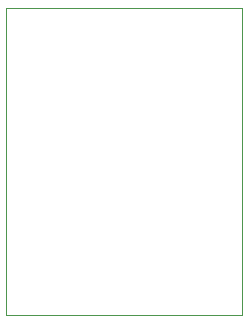
<source format=gbr>
%TF.GenerationSoftware,KiCad,Pcbnew,(6.0.9-0)*%
%TF.CreationDate,2024-05-22T19:22:00+02:00*%
%TF.ProjectId,npnium-switch,6e706e69-756d-42d7-9377-697463682e6b,rev?*%
%TF.SameCoordinates,Original*%
%TF.FileFunction,Profile,NP*%
%FSLAX46Y46*%
G04 Gerber Fmt 4.6, Leading zero omitted, Abs format (unit mm)*
G04 Created by KiCad (PCBNEW (6.0.9-0)) date 2024-05-22 19:22:00*
%MOMM*%
%LPD*%
G01*
G04 APERTURE LIST*
%TA.AperFunction,Profile*%
%ADD10C,0.050000*%
%TD*%
G04 APERTURE END LIST*
D10*
X110000000Y-128000000D02*
X90000000Y-128000000D01*
X90000000Y-128000000D02*
X90000000Y-154000000D01*
X110000000Y-154000000D02*
X110000000Y-128000000D01*
X90000000Y-154000000D02*
X110000000Y-154000000D01*
M02*

</source>
